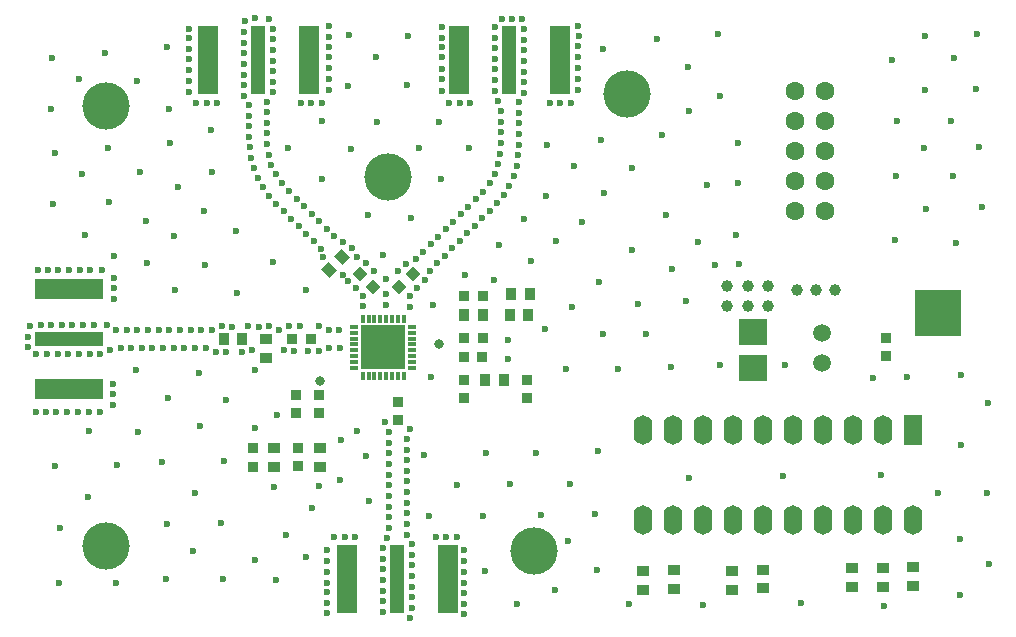
<source format=gts>
G04*
G04 #@! TF.GenerationSoftware,Altium Limited,Altium Designer,21.1.1 (26)*
G04*
G04 Layer_Color=8388736*
%FSLAX43Y43*%
%MOMM*%
G71*
G04*
G04 #@! TF.SameCoordinates,37E81C00-8B6F-4B96-ABBB-DCCB29EF6B03*
G04*
G04*
G04 #@! TF.FilePolarity,Negative*
G04*
G01*
G75*
%ADD14R,1.020X0.940*%
%ADD15R,0.300X0.800*%
%ADD16R,0.800X0.300*%
%ADD17R,3.800X3.800*%
%ADD18R,1.702X5.842*%
%ADD19R,1.270X5.842*%
%ADD20R,0.930X0.870*%
G04:AMPARAMS|DCode=21|XSize=0.94mm|YSize=1.02mm|CornerRadius=0mm|HoleSize=0mm|Usage=FLASHONLY|Rotation=45.000|XOffset=0mm|YOffset=0mm|HoleType=Round|Shape=Rectangle|*
%AMROTATEDRECTD21*
4,1,4,0.028,-0.693,-0.693,0.028,-0.028,0.693,0.693,-0.028,0.028,-0.693,0.0*
%
%ADD21ROTATEDRECTD21*%

%ADD22R,0.940X1.020*%
%ADD23R,4.000X4.000*%
%ADD24R,0.870X0.930*%
%ADD25R,5.842X1.702*%
%ADD26R,5.842X1.270*%
%ADD27R,2.350X2.210*%
G04:AMPARAMS|DCode=28|XSize=0.87mm|YSize=0.93mm|CornerRadius=0mm|HoleSize=0mm|Usage=FLASHONLY|Rotation=315.000|XOffset=0mm|YOffset=0mm|HoleType=Round|Shape=Rectangle|*
%AMROTATEDRECTD28*
4,1,4,-0.636,-0.021,0.021,0.636,0.636,0.021,-0.021,-0.636,-0.636,-0.021,0.0*
%
%ADD28ROTATEDRECTD28*%

G04:AMPARAMS|DCode=29|XSize=0.87mm|YSize=0.93mm|CornerRadius=0mm|HoleSize=0mm|Usage=FLASHONLY|Rotation=45.000|XOffset=0mm|YOffset=0mm|HoleType=Round|Shape=Rectangle|*
%AMROTATEDRECTD29*
4,1,4,0.021,-0.636,-0.636,0.021,-0.021,0.636,0.636,-0.021,0.021,-0.636,0.0*
%
%ADD29ROTATEDRECTD29*%

%ADD30C,4.000*%
%ADD31C,1.600*%
%ADD32R,1.600X2.500*%
%ADD33O,1.600X2.500*%
%ADD34C,1.500*%
%ADD35C,0.600*%
%ADD36C,0.800*%
%ADD37C,1.000*%
G54D14*
X94050Y56410D02*
D03*
Y57990D02*
D03*
X91400Y56360D02*
D03*
Y57940D02*
D03*
X98946Y57945D02*
D03*
Y56365D02*
D03*
X101625Y58065D02*
D03*
Y56485D02*
D03*
X111775Y58165D02*
D03*
Y56585D02*
D03*
X109175D02*
D03*
Y58165D02*
D03*
X114300Y56685D02*
D03*
Y58265D02*
D03*
X59500Y77565D02*
D03*
Y75985D02*
D03*
X60218Y66748D02*
D03*
Y68328D02*
D03*
X64075Y68340D02*
D03*
Y66760D02*
D03*
G54D15*
X67700Y79325D02*
D03*
X68200D02*
D03*
X68700D02*
D03*
X69200D02*
D03*
X69700D02*
D03*
X70200D02*
D03*
X70700D02*
D03*
X71200D02*
D03*
Y74425D02*
D03*
X70700D02*
D03*
X70200D02*
D03*
X69700D02*
D03*
X69200D02*
D03*
X68700D02*
D03*
X68200D02*
D03*
X67700D02*
D03*
G54D16*
X71900Y78625D02*
D03*
Y78125D02*
D03*
Y77625D02*
D03*
Y77125D02*
D03*
Y76625D02*
D03*
Y76125D02*
D03*
Y75625D02*
D03*
Y75125D02*
D03*
X67000D02*
D03*
Y75625D02*
D03*
Y76125D02*
D03*
Y76625D02*
D03*
Y77125D02*
D03*
Y77625D02*
D03*
Y78125D02*
D03*
Y78625D02*
D03*
G54D17*
X69450Y76875D02*
D03*
G54D18*
X63125Y101201D02*
D03*
X54620Y101200D02*
D03*
X75870Y101175D02*
D03*
X84375Y101176D02*
D03*
X66395Y57274D02*
D03*
X74900Y57275D02*
D03*
G54D19*
X58875Y101200D02*
D03*
X80125Y101175D02*
D03*
X70646Y57275D02*
D03*
G54D20*
X64000Y71300D02*
D03*
Y72860D02*
D03*
X70700Y70720D02*
D03*
Y72280D02*
D03*
X62075Y72880D02*
D03*
Y71320D02*
D03*
X58411Y66791D02*
D03*
Y68351D02*
D03*
X62211Y66816D02*
D03*
Y68376D02*
D03*
X112000Y76115D02*
D03*
Y77675D02*
D03*
X76250Y72570D02*
D03*
Y74130D02*
D03*
X81650D02*
D03*
Y72570D02*
D03*
G54D21*
X64857Y83435D02*
D03*
X65974Y84552D02*
D03*
G54D22*
X80260Y81425D02*
D03*
X81840D02*
D03*
X81740Y79600D02*
D03*
X80160D02*
D03*
X78095Y74100D02*
D03*
X79675D02*
D03*
X77900Y79600D02*
D03*
X76320D02*
D03*
X55935Y77575D02*
D03*
X57515D02*
D03*
G54D23*
X116450Y79825D02*
D03*
G54D24*
X63305Y77625D02*
D03*
X61745D02*
D03*
X76292Y77673D02*
D03*
X77852D02*
D03*
X76272Y76073D02*
D03*
X77832D02*
D03*
X77885Y81240D02*
D03*
X76325D02*
D03*
G54D25*
X42875Y73321D02*
D03*
X42874Y81825D02*
D03*
G54D26*
X42875Y77575D02*
D03*
G54D27*
X100775Y78200D02*
D03*
Y75100D02*
D03*
G54D28*
X68577Y81998D02*
D03*
X67473Y83102D02*
D03*
G54D29*
X71927Y83077D02*
D03*
X70823Y81973D02*
D03*
G54D30*
X69825Y91325D02*
D03*
X82175Y59650D02*
D03*
X90100Y98325D02*
D03*
X45975Y60025D02*
D03*
Y97275D02*
D03*
G54D31*
X106828Y88408D02*
D03*
X104328D02*
D03*
Y90948D02*
D03*
X106828D02*
D03*
Y93488D02*
D03*
X104328D02*
D03*
Y96028D02*
D03*
X106828D02*
D03*
Y98568D02*
D03*
X104288D02*
D03*
G54D32*
X114276Y69880D02*
D03*
G54D33*
X111736D02*
D03*
X109196D02*
D03*
X106656D02*
D03*
X104116D02*
D03*
X101576D02*
D03*
X99036D02*
D03*
X96496D02*
D03*
X93956D02*
D03*
X91416D02*
D03*
X114276Y62250D02*
D03*
X111736D02*
D03*
X109196D02*
D03*
X106656D02*
D03*
X104116D02*
D03*
X101576D02*
D03*
X99036D02*
D03*
X96496D02*
D03*
X93956D02*
D03*
X91416D02*
D03*
G54D34*
X106600Y75550D02*
D03*
Y78100D02*
D03*
G54D35*
X72450Y93800D02*
D03*
X110900Y74300D02*
D03*
X103450Y75400D02*
D03*
X97975Y75350D02*
D03*
X73475Y74350D02*
D03*
X73625Y80500D02*
D03*
X70550Y75775D02*
D03*
X69450D02*
D03*
X68350D02*
D03*
X70550Y76875D02*
D03*
X68350D02*
D03*
X70550Y77975D02*
D03*
X69450D02*
D03*
X68350D02*
D03*
X69450Y76875D02*
D03*
X67250Y69800D02*
D03*
X65850Y69000D02*
D03*
X85975Y104050D02*
D03*
X86000Y103225D02*
D03*
X83575Y97600D02*
D03*
X85975Y99625D02*
D03*
X84450Y97600D02*
D03*
X85975Y100525D02*
D03*
X85350Y97600D02*
D03*
X85975Y102375D02*
D03*
Y101475D02*
D03*
Y98675D02*
D03*
X88050Y102150D02*
D03*
X74400Y104000D02*
D03*
Y100475D02*
D03*
X75025Y97550D02*
D03*
X74400Y101425D02*
D03*
Y98625D02*
D03*
Y103100D02*
D03*
Y102325D02*
D03*
X76800Y97550D02*
D03*
X74400Y99575D02*
D03*
X75925Y97550D02*
D03*
X63350Y97600D02*
D03*
X64250D02*
D03*
X64875Y98675D02*
D03*
Y102325D02*
D03*
Y99625D02*
D03*
Y100525D02*
D03*
Y101475D02*
D03*
Y103150D02*
D03*
Y104050D02*
D03*
X62475Y97600D02*
D03*
X53000Y103850D02*
D03*
Y99425D02*
D03*
X54525Y97600D02*
D03*
X53000Y103050D02*
D03*
X53000Y102175D02*
D03*
Y101275D02*
D03*
Y98475D02*
D03*
X55400Y97600D02*
D03*
X53000Y100325D02*
D03*
X53625Y97600D02*
D03*
X46675Y81875D02*
D03*
Y82775D02*
D03*
X45600Y83400D02*
D03*
X41900D02*
D03*
X44650D02*
D03*
X43750D02*
D03*
X42800D02*
D03*
X41050D02*
D03*
X40225D02*
D03*
X46675Y81000D02*
D03*
X46525Y72900D02*
D03*
Y72000D02*
D03*
X45450Y71375D02*
D03*
X41750D02*
D03*
X44500D02*
D03*
X43600D02*
D03*
X42650D02*
D03*
X40875D02*
D03*
X40075D02*
D03*
X46525Y73775D02*
D03*
X64675Y56150D02*
D03*
X66200Y60825D02*
D03*
X65300D02*
D03*
X64675Y59750D02*
D03*
Y58800D02*
D03*
Y57900D02*
D03*
Y56950D02*
D03*
Y55275D02*
D03*
Y54375D02*
D03*
X67075Y60825D02*
D03*
X73925D02*
D03*
X76325Y54325D02*
D03*
Y55175D02*
D03*
Y56950D02*
D03*
Y57900D02*
D03*
Y58800D02*
D03*
Y56050D02*
D03*
Y59750D02*
D03*
X75700Y60825D02*
D03*
X61400Y93775D02*
D03*
X76675Y93750D02*
D03*
X67725Y80375D02*
D03*
X67700Y81225D02*
D03*
X71750Y80325D02*
D03*
X71725Y81200D02*
D03*
X69650Y80500D02*
D03*
X69675Y81400D02*
D03*
Y82700D02*
D03*
X60450Y71175D02*
D03*
X119750Y103425D02*
D03*
X115275Y103275D02*
D03*
X119625Y98725D02*
D03*
X119925Y93825D02*
D03*
X120150Y88725D02*
D03*
X112800Y85975D02*
D03*
X117950Y85750D02*
D03*
X115375Y88600D02*
D03*
X95375Y96900D02*
D03*
X99525Y90825D02*
D03*
Y94200D02*
D03*
X96850Y90650D02*
D03*
X93375Y88100D02*
D03*
X90550Y85150D02*
D03*
X87750Y82375D02*
D03*
X85425Y80275D02*
D03*
X78825Y82625D02*
D03*
X83150Y78475D02*
D03*
X80025Y75900D02*
D03*
X79975Y77525D02*
D03*
X99600Y83950D02*
D03*
X99300Y86400D02*
D03*
X97575Y83875D02*
D03*
X96125Y85825D02*
D03*
X95050Y80775D02*
D03*
X91725Y78050D02*
D03*
X93900Y83475D02*
D03*
X91025Y80575D02*
D03*
X88075Y78000D02*
D03*
X93825Y75225D02*
D03*
X89300Y75050D02*
D03*
X84935Y75054D02*
D03*
X118325Y74550D02*
D03*
X113800Y74350D02*
D03*
X120675Y72200D02*
D03*
X118350Y68625D02*
D03*
X95300Y65850D02*
D03*
X103325Y65950D02*
D03*
X111600Y66050D02*
D03*
X116375Y64550D02*
D03*
X120550D02*
D03*
X120725Y58550D02*
D03*
X118275Y60650D02*
D03*
Y55950D02*
D03*
X104775Y55200D02*
D03*
X96525Y55100D02*
D03*
X90250Y55125D02*
D03*
X84025Y56375D02*
D03*
X80750Y55125D02*
D03*
X68000Y67675D02*
D03*
X68225Y63850D02*
D03*
X65775Y65650D02*
D03*
X63450Y63275D02*
D03*
X69400Y84700D02*
D03*
X71800Y87875D02*
D03*
X68150Y88075D02*
D03*
X54875Y95250D02*
D03*
X54300Y88450D02*
D03*
X54950Y91725D02*
D03*
X62900Y81750D02*
D03*
X60075Y84125D02*
D03*
X49375Y87550D02*
D03*
X46625Y84650D02*
D03*
X44575Y69775D02*
D03*
X58550Y74950D02*
D03*
X48675Y69750D02*
D03*
X48525Y75000D02*
D03*
X51250Y72600D02*
D03*
X53900Y70200D02*
D03*
X53850Y74750D02*
D03*
X56150Y72450D02*
D03*
X58560Y70096D02*
D03*
X80175Y65325D02*
D03*
X58575Y58850D02*
D03*
X60375Y57200D02*
D03*
X61175Y61000D02*
D03*
X62925Y59125D02*
D03*
X55875Y57275D02*
D03*
X50675Y67150D02*
D03*
X55925Y67300D02*
D03*
X53525Y64575D02*
D03*
X51125Y61925D02*
D03*
X55675Y61975D02*
D03*
X53375Y59675D02*
D03*
X51021Y57265D02*
D03*
X46825Y56925D02*
D03*
X41625Y66800D02*
D03*
X46875Y66950D02*
D03*
X44475Y64225D02*
D03*
X42075Y61575D02*
D03*
X41971Y56915D02*
D03*
X87575Y58050D02*
D03*
X82375Y67925D02*
D03*
X87625Y68075D02*
D03*
X85225Y65350D02*
D03*
X82825Y62700D02*
D03*
X87375Y62750D02*
D03*
X85075Y60450D02*
D03*
X78075Y57925D02*
D03*
X72875Y67800D02*
D03*
X78125Y67950D02*
D03*
X75725Y65225D02*
D03*
X73325Y62575D02*
D03*
X77875Y62625D02*
D03*
X74800Y60825D02*
D03*
X112846Y91365D02*
D03*
X115200Y93775D02*
D03*
X117500Y96075D02*
D03*
X112950Y96025D02*
D03*
X115350Y98675D02*
D03*
X117750Y101400D02*
D03*
X112500Y101250D02*
D03*
X117700Y91375D02*
D03*
X66525Y103300D02*
D03*
X68825Y101500D02*
D03*
X71475Y99075D02*
D03*
X71525Y103250D02*
D03*
X66425Y99000D02*
D03*
X92600Y103000D02*
D03*
X95250Y100600D02*
D03*
X97975Y98200D02*
D03*
X97825Y103450D02*
D03*
X79225Y85525D02*
D03*
X81975Y84175D02*
D03*
X81350Y87775D02*
D03*
X84100Y85900D02*
D03*
X86250Y87500D02*
D03*
X76350Y83025D02*
D03*
X83300Y94000D02*
D03*
X85600Y92200D02*
D03*
X88175Y89925D02*
D03*
X87850Y94450D02*
D03*
X90500Y92050D02*
D03*
X93075Y94900D02*
D03*
X83200Y89700D02*
D03*
X64275Y96025D02*
D03*
X66675Y93675D02*
D03*
X68925Y95925D02*
D03*
X74300Y91125D02*
D03*
X74200Y95975D02*
D03*
X64275Y91175D02*
D03*
X44175Y86375D02*
D03*
X49475Y84025D02*
D03*
X51775Y81725D02*
D03*
X51725Y86275D02*
D03*
X54375Y83875D02*
D03*
X57100Y81475D02*
D03*
X56950Y86725D02*
D03*
X41625Y93325D02*
D03*
X43925Y91525D02*
D03*
X46225Y89225D02*
D03*
X46175Y93775D02*
D03*
X48875Y91725D02*
D03*
X52050Y90425D02*
D03*
X51400Y94225D02*
D03*
X41525Y89025D02*
D03*
X41275Y97075D02*
D03*
X51150Y102275D02*
D03*
X51300Y97025D02*
D03*
X48575Y99425D02*
D03*
X45925Y101825D02*
D03*
X43675Y99575D02*
D03*
X41375Y101375D02*
D03*
X69630Y70547D02*
D03*
X69936Y69701D02*
D03*
Y68801D02*
D03*
Y67901D02*
D03*
Y67001D02*
D03*
Y66101D02*
D03*
Y65201D02*
D03*
Y64301D02*
D03*
Y63401D02*
D03*
Y62501D02*
D03*
Y61601D02*
D03*
X69733Y60724D02*
D03*
X69406Y59886D02*
D03*
Y58986D02*
D03*
Y58086D02*
D03*
Y57186D02*
D03*
Y56286D02*
D03*
Y55386D02*
D03*
Y54486D02*
D03*
X71720Y53944D02*
D03*
X71885Y54829D02*
D03*
Y55729D02*
D03*
Y56629D02*
D03*
Y57529D02*
D03*
Y58429D02*
D03*
Y59329D02*
D03*
X71879Y60229D02*
D03*
X71464Y61027D02*
D03*
Y61927D02*
D03*
Y62827D02*
D03*
Y63727D02*
D03*
Y64627D02*
D03*
Y65527D02*
D03*
Y66427D02*
D03*
Y67327D02*
D03*
Y68227D02*
D03*
Y69127D02*
D03*
X71687Y69999D02*
D03*
X58625Y104726D02*
D03*
X57762Y104473D02*
D03*
X57635Y103582D02*
D03*
Y102682D02*
D03*
Y101782D02*
D03*
Y100882D02*
D03*
Y99982D02*
D03*
Y99082D02*
D03*
X57654Y98182D02*
D03*
X58111Y97407D02*
D03*
Y96507D02*
D03*
Y95607D02*
D03*
Y94707D02*
D03*
X58137Y93807D02*
D03*
X58249Y92914D02*
D03*
X58471Y92042D02*
D03*
X58801Y91205D02*
D03*
X59239Y90418D02*
D03*
X59775Y89696D02*
D03*
X60386Y89034D02*
D03*
X61022Y88398D02*
D03*
X61659Y87761D02*
D03*
X62295Y87125D02*
D03*
X62931Y86489D02*
D03*
X63568Y85852D02*
D03*
X64204Y85216D02*
D03*
X64375Y84525D02*
D03*
X66025Y83050D02*
D03*
X66489Y82520D02*
D03*
X67114Y81873D02*
D03*
X68631Y83382D02*
D03*
X68025Y84050D02*
D03*
X67238Y84511D02*
D03*
X66775Y85283D02*
D03*
X66038Y85800D02*
D03*
X65286Y86294D02*
D03*
X64650Y86931D02*
D03*
X64013Y87567D02*
D03*
X63377Y88203D02*
D03*
X62740Y88840D02*
D03*
X62104Y89476D02*
D03*
X61468Y90113D02*
D03*
X60850Y90768D02*
D03*
X60355Y91519D02*
D03*
X59974Y92334D02*
D03*
X59738Y93203D02*
D03*
X59639Y94097D02*
D03*
X59639Y94997D02*
D03*
Y95897D02*
D03*
Y96797D02*
D03*
Y97697D02*
D03*
X60115Y98461D02*
D03*
Y99361D02*
D03*
Y100261D02*
D03*
Y101161D02*
D03*
Y102061D02*
D03*
Y102961D02*
D03*
Y103861D02*
D03*
X59742Y104680D02*
D03*
X80372Y104701D02*
D03*
X79472Y104697D02*
D03*
X78885Y104015D02*
D03*
Y103115D02*
D03*
Y102215D02*
D03*
Y101315D02*
D03*
Y100415D02*
D03*
Y99515D02*
D03*
Y98615D02*
D03*
X79163Y97759D02*
D03*
X79386Y96887D02*
D03*
X79386Y95987D02*
D03*
X79386Y95087D02*
D03*
Y94187D02*
D03*
X79364Y93287D02*
D03*
X79199Y92403D02*
D03*
X78899Y91554D02*
D03*
X78467Y90765D02*
D03*
X77911Y90057D02*
D03*
X77277Y89418D02*
D03*
X76641Y88781D02*
D03*
X76005Y88145D02*
D03*
X75368Y87508D02*
D03*
X74732Y86872D02*
D03*
X74095Y86236D02*
D03*
X73459Y85599D02*
D03*
X72823Y84963D02*
D03*
X72186Y84327D02*
D03*
X71360Y83970D02*
D03*
X70725Y83332D02*
D03*
X72331Y81918D02*
D03*
X72947Y82574D02*
D03*
X73382Y83362D02*
D03*
X74018Y83998D02*
D03*
X74655Y84635D02*
D03*
X75291Y85271D02*
D03*
X75927Y85907D02*
D03*
X76564Y86544D02*
D03*
X77200Y87180D02*
D03*
X77837Y87817D02*
D03*
X78473Y88453D02*
D03*
X79093Y89105D02*
D03*
X79650Y89812D02*
D03*
X80115Y90583D02*
D03*
X80479Y91406D02*
D03*
X80733Y92270D02*
D03*
X80875Y93158D02*
D03*
X80914Y94057D02*
D03*
Y94957D02*
D03*
X80914Y95857D02*
D03*
Y96757D02*
D03*
X80914Y97657D02*
D03*
X81365Y98436D02*
D03*
Y99336D02*
D03*
Y100236D02*
D03*
Y101136D02*
D03*
Y102036D02*
D03*
Y102936D02*
D03*
Y103836D02*
D03*
X81200Y104650D02*
D03*
X63083Y76555D02*
D03*
X63982Y76608D02*
D03*
X64846Y76861D02*
D03*
X65746D02*
D03*
X65733Y78389D02*
D03*
X64833D02*
D03*
X63972Y78649D02*
D03*
X57472Y76452D02*
D03*
X58354Y76634D02*
D03*
X61033Y76631D02*
D03*
X61930Y76555D02*
D03*
X62393Y78653D02*
D03*
X61494Y78695D02*
D03*
X60651Y78379D02*
D03*
X59792Y78648D02*
D03*
X58893Y78610D02*
D03*
X57996Y78677D02*
D03*
X44931Y78815D02*
D03*
X44031D02*
D03*
X43131D02*
D03*
X42231D02*
D03*
X41331D02*
D03*
X40431D02*
D03*
X39546Y78651D02*
D03*
X39349Y77773D02*
D03*
X39362Y76873D02*
D03*
X40084Y76335D02*
D03*
X40984D02*
D03*
X41884D02*
D03*
X42784D02*
D03*
X43684D02*
D03*
X44584D02*
D03*
X45484D02*
D03*
X46323Y76661D02*
D03*
X47206Y76836D02*
D03*
X48106D02*
D03*
X49006D02*
D03*
X49906D02*
D03*
X50806D02*
D03*
X51706D02*
D03*
X52606D02*
D03*
X53506D02*
D03*
X54406D02*
D03*
X55252Y76530D02*
D03*
X56149Y76452D02*
D03*
X56661Y78591D02*
D03*
X55767Y78698D02*
D03*
X54931Y78364D02*
D03*
X54031D02*
D03*
X53131D02*
D03*
X52231D02*
D03*
X51331D02*
D03*
X50431D02*
D03*
X49531D02*
D03*
X48631D02*
D03*
X47731D02*
D03*
X46831D02*
D03*
X46028Y78769D02*
D03*
X111829Y54980D02*
D03*
X64025Y65125D02*
D03*
X60175Y65075D02*
D03*
G54D36*
X74175Y77150D02*
D03*
X64132Y74058D02*
D03*
G54D37*
X107725Y81700D02*
D03*
X106075D02*
D03*
X104475Y81725D02*
D03*
X102025Y80400D02*
D03*
X100325D02*
D03*
X98550Y80350D02*
D03*
X102025Y82075D02*
D03*
X100325D02*
D03*
X98550Y82050D02*
D03*
M02*

</source>
